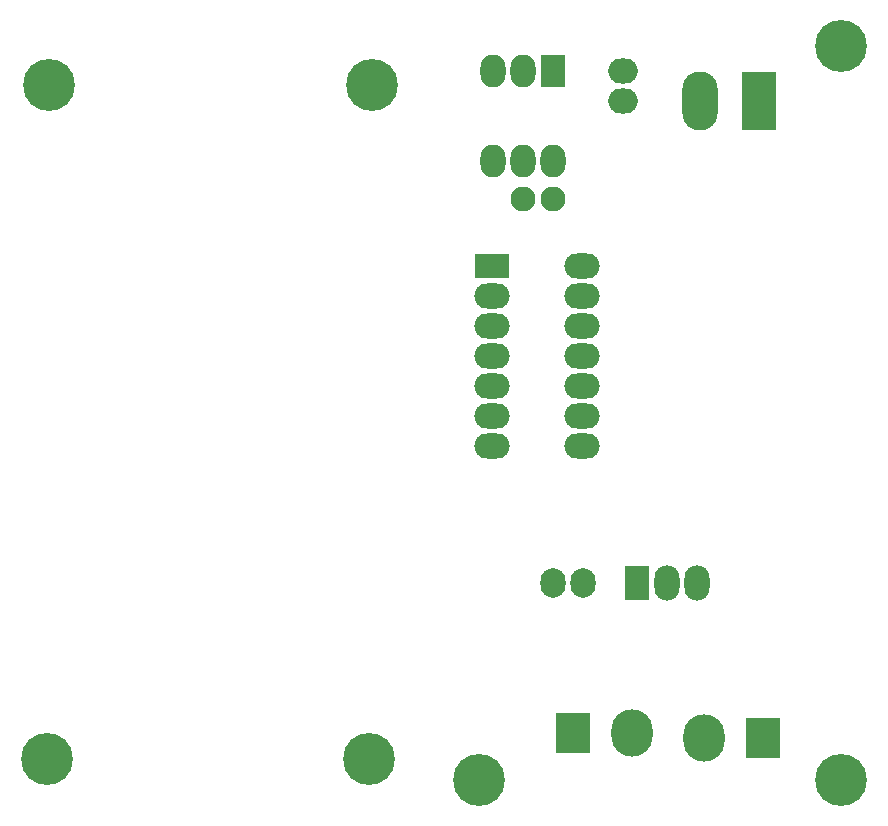
<source format=gbr>
%TF.GenerationSoftware,KiCad,Pcbnew,6.0.11+dfsg-1*%
%TF.CreationDate,2023-05-04T08:29:04-05:00*%
%TF.ProjectId,lights_control,6c696768-7473-45f6-936f-6e74726f6c2e,rev?*%
%TF.SameCoordinates,Original*%
%TF.FileFunction,Soldermask,Bot*%
%TF.FilePolarity,Negative*%
%FSLAX46Y46*%
G04 Gerber Fmt 4.6, Leading zero omitted, Abs format (unit mm)*
G04 Created by KiCad (PCBNEW 6.0.11+dfsg-1) date 2023-05-04 08:29:04*
%MOMM*%
%LPD*%
G01*
G04 APERTURE LIST*
%ADD10C,4.400000*%
%ADD11R,3.000000X3.500000*%
%ADD12O,3.500000X4.000000*%
%ADD13R,2.125000X3.000000*%
%ADD14O,2.125000X3.000000*%
%ADD15O,2.500000X2.125000*%
%ADD16R,3.000000X2.125000*%
%ADD17O,3.000000X2.125000*%
%ADD18O,2.125000X2.500000*%
%ADD19R,2.125000X2.800000*%
%ADD20O,2.125000X2.800000*%
%ADD21C,2.125000*%
%ADD22O,2.125000X2.125000*%
%ADD23R,3.000000X5.000000*%
%ADD24O,3.000000X5.000000*%
G04 APERTURE END LIST*
D10*
%TO.C,H3*%
X131200000Y-55800000D03*
%TD*%
D11*
%TO.C,12V1*%
X108542500Y-113992500D03*
D12*
X113542500Y-113992500D03*
%TD*%
D10*
%TO.C,H7*%
X64220000Y-59100000D03*
%TD*%
D13*
%TO.C,Q1*%
X114004250Y-101300000D03*
D14*
X116544250Y-101300000D03*
X119084250Y-101300000D03*
%TD*%
D10*
%TO.C,H5*%
X64020000Y-116200000D03*
%TD*%
D15*
%TO.C,R1*%
X112800000Y-57936250D03*
X112800000Y-60476250D03*
%TD*%
D16*
%TO.C,U2*%
X101700000Y-74475000D03*
D17*
X101700000Y-77015000D03*
X101700000Y-79555000D03*
X101700000Y-82095000D03*
X101700000Y-84635000D03*
X101700000Y-87175000D03*
X101700000Y-89715000D03*
X109320000Y-89715000D03*
X109320000Y-87175000D03*
X109320000Y-84635000D03*
X109320000Y-82095000D03*
X109320000Y-79555000D03*
X109320000Y-77015000D03*
X109320000Y-74475000D03*
%TD*%
D10*
%TO.C,H1*%
X131200000Y-118000000D03*
%TD*%
%TO.C,H2*%
X100600000Y-118000000D03*
%TD*%
D18*
%TO.C,R3*%
X106836250Y-101300000D03*
X109376250Y-101300000D03*
%TD*%
D10*
%TO.C,H4*%
X91300000Y-116200000D03*
%TD*%
D19*
%TO.C,U1*%
X106825000Y-57900000D03*
D20*
X104285000Y-57900000D03*
X101745000Y-57900000D03*
X101745000Y-65520000D03*
X104285000Y-65520000D03*
X106825000Y-65520000D03*
%TD*%
D21*
%TO.C,R2*%
X104280000Y-68800000D03*
D22*
X106820000Y-68800000D03*
%TD*%
D11*
%TO.C,OUT1*%
X124657500Y-114407500D03*
D12*
X119657500Y-114407500D03*
%TD*%
D23*
%TO.C,12V2*%
X124300000Y-60500000D03*
D24*
X119300000Y-60500000D03*
%TD*%
D10*
%TO.C,H6*%
X91500000Y-59100000D03*
%TD*%
M02*

</source>
